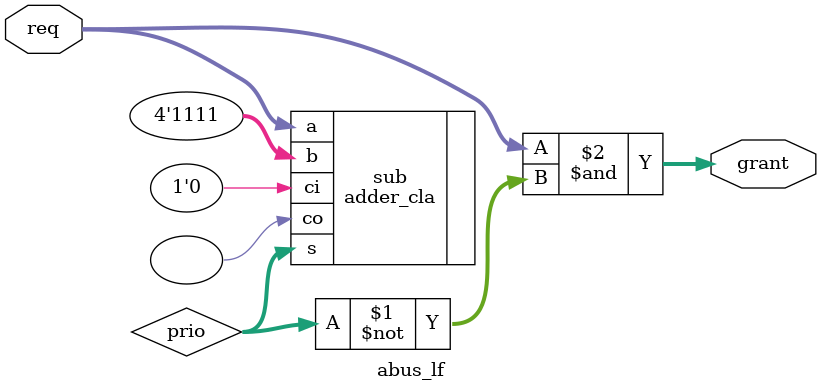
<source format=v>
`default_nettype none

module abus_lf #(
    parameter integer N = 4
) (
    input  wire [N-1:0] req,
    output wire [N-1:0] grant
);

    wire [N-1:0] prio;

    adder_cla #(
        .N (N)
    ) sub (
        .a  (req),
        .b  ({N{1'b1}}),
        .ci (1'b0),
        .s  (prio),
        .co ()
    );

    assign grant = req & ~prio;

endmodule
</source>
